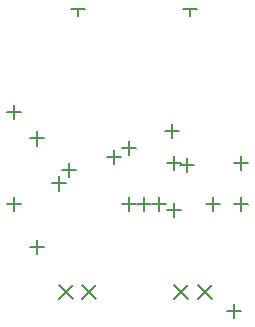
<source format=gbr>
G04 DipTrace 3.2.0.1*
G04 Plated_Through.gbr*
%MOIN*%
G04 #@! TF.FileFunction,Plated,1,2,PTH,Drill*
G04 #@! TF.Part,Single*
G04 Drill Symbols*
G04 D=0.015748 - Cross*
G04 D=0.027559 - X*
G04 D=0.043307 - Y*
G04 D=0.062992 - T*
G04 D=0.11811 - V*
%ADD10C,0.007874*%
%FSLAX26Y26*%
G04*
G70*
G90*
G75*
G01*
X1113907Y536085D2*
D10*
X1161151Y488841D1*
Y536085D2*
X1113907Y488841D1*
X1192647Y536085D2*
X1239891Y488841D1*
Y536085D2*
X1192647Y488841D1*
X807625Y536085D2*
X854869Y488841D1*
Y536085D2*
X807625Y488841D1*
X728885Y536085D2*
X776129Y488841D1*
Y536085D2*
X728885Y488841D1*
X962510Y829866D2*
Y782622D1*
X938888Y806244D2*
X986133D1*
X1012516Y829866D2*
Y782622D1*
X988894Y806244D2*
X1036138D1*
X1062521Y829866D2*
Y782622D1*
X1038899Y806244D2*
X1086143D1*
X770121Y1456312D2*
X817365D1*
X793743D2*
Y1432690D1*
X1144136Y1455525D2*
X1191381D1*
X1167759D2*
Y1431903D1*
X1312547Y473579D2*
Y426335D1*
X1288925Y449957D2*
X1336169D1*
X656228Y1048639D2*
Y1001395D1*
X632606Y1025017D2*
X679850D1*
X656228Y686101D2*
Y638857D1*
X632606Y662479D2*
X679850D1*
X912505Y986133D2*
Y938888D1*
X888883Y962510D2*
X936127D1*
X762490Y942378D2*
Y895134D1*
X738867Y918756D2*
X786112D1*
X962510Y1017386D2*
Y970142D1*
X938888Y993764D2*
X986133D1*
X1337550Y829866D2*
Y782622D1*
X1313928Y806244D2*
X1361172D1*
X1243790Y829866D2*
Y782622D1*
X1220168Y806244D2*
X1267412D1*
X1156281Y961130D2*
Y913886D1*
X1132659Y937508D2*
X1179903D1*
X1337550Y967381D2*
Y920136D1*
X1313928Y943759D2*
X1361172D1*
X1112731Y967381D2*
Y920136D1*
X1089109Y943759D2*
X1136353D1*
X1112731Y811319D2*
Y764075D1*
X1089109Y787697D2*
X1136353D1*
X731236Y898623D2*
Y851379D1*
X707614Y875001D2*
X754858D1*
X1106276Y1073634D2*
Y1026390D1*
X1082654Y1050012D2*
X1129898D1*
X581220Y829866D2*
Y782622D1*
X557598Y806244D2*
X604843D1*
X581220Y1136148D2*
Y1088904D1*
X557598Y1112526D2*
X604843D1*
M02*

</source>
